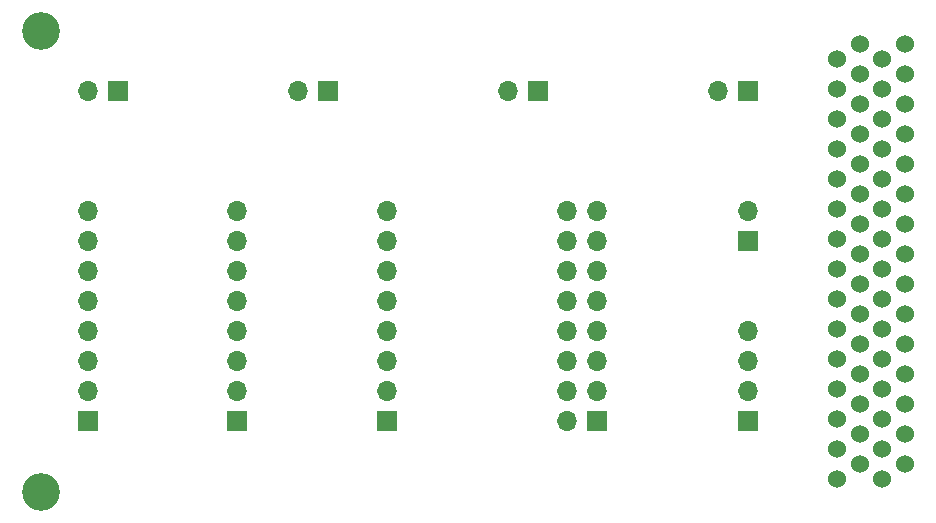
<source format=gbs>
G04 #@! TF.GenerationSoftware,KiCad,Pcbnew,5.0.0-rc2-unknown-5c65881~65~ubuntu17.10.1*
G04 #@! TF.CreationDate,2018-06-23T17:31:34+02:00*
G04 #@! TF.ProjectId,breakout-board,627265616B6F75742D626F6172642E6B,rev?*
G04 #@! TF.SameCoordinates,Original*
G04 #@! TF.FileFunction,Soldermask,Bot*
G04 #@! TF.FilePolarity,Negative*
%FSLAX46Y46*%
G04 Gerber Fmt 4.6, Leading zero omitted, Abs format (unit mm)*
G04 Created by KiCad (PCBNEW 5.0.0-rc2-unknown-5c65881~65~ubuntu17.10.1) date Sat Jun 23 17:31:34 2018*
%MOMM*%
%LPD*%
G01*
G04 APERTURE LIST*
%ADD10C,3.200000*%
%ADD11O,1.700000X1.700000*%
%ADD12R,1.700000X1.700000*%
%ADD13C,1.524000*%
G04 APERTURE END LIST*
D10*
G04 #@! TO.C,REF1*
X57000000Y-127000000D03*
G04 #@! TD*
G04 #@! TO.C,REF2*
X57000000Y-166000000D03*
G04 #@! TD*
D11*
G04 #@! TO.C,J1*
X116840000Y-152400000D03*
X116840000Y-154940000D03*
X116840000Y-157480000D03*
D12*
X116840000Y-160020000D03*
G04 #@! TD*
G04 #@! TO.C,J2*
X60960000Y-160020000D03*
D11*
X60960000Y-157480000D03*
X60960000Y-154940000D03*
X60960000Y-152400000D03*
X60960000Y-149860000D03*
X60960000Y-147320000D03*
X60960000Y-144780000D03*
X60960000Y-142240000D03*
G04 #@! TD*
G04 #@! TO.C,J3*
X73580000Y-142240000D03*
X73580000Y-144780000D03*
X73580000Y-147320000D03*
X73580000Y-149860000D03*
X73580000Y-152400000D03*
X73580000Y-154940000D03*
X73580000Y-157480000D03*
D12*
X73580000Y-160020000D03*
G04 #@! TD*
G04 #@! TO.C,J4*
X116840000Y-144780000D03*
D11*
X116840000Y-142240000D03*
G04 #@! TD*
D12*
G04 #@! TO.C,J5*
X104060000Y-160020000D03*
D11*
X101520000Y-160020000D03*
X104060000Y-157480000D03*
X101520000Y-157480000D03*
X104060000Y-154940000D03*
X101520000Y-154940000D03*
X104060000Y-152400000D03*
X101520000Y-152400000D03*
X104060000Y-149860000D03*
X101520000Y-149860000D03*
X104060000Y-147320000D03*
X101520000Y-147320000D03*
X104060000Y-144780000D03*
X101520000Y-144780000D03*
X104060000Y-142240000D03*
X101520000Y-142240000D03*
G04 #@! TD*
D12*
G04 #@! TO.C,J6*
X86280000Y-160020000D03*
D11*
X86280000Y-157480000D03*
X86280000Y-154940000D03*
X86280000Y-152400000D03*
X86280000Y-149860000D03*
X86280000Y-147320000D03*
X86280000Y-144780000D03*
X86280000Y-142240000D03*
G04 #@! TD*
D12*
G04 #@! TO.C,J7*
X116840000Y-132080000D03*
D11*
X114300000Y-132080000D03*
G04 #@! TD*
G04 #@! TO.C,J8*
X78740000Y-132080000D03*
D12*
X81280000Y-132080000D03*
G04 #@! TD*
D11*
G04 #@! TO.C,J9*
X96520000Y-132080000D03*
D12*
X99060000Y-132080000D03*
G04 #@! TD*
G04 #@! TO.C,J10*
X63500000Y-132080000D03*
D11*
X60960000Y-132080000D03*
G04 #@! TD*
D13*
G04 #@! TO.C,P1*
X124385000Y-164930000D03*
X126290000Y-163660000D03*
X124385000Y-162390000D03*
X126290000Y-161120000D03*
X124385000Y-159850000D03*
X126290000Y-158580000D03*
X124385000Y-157310000D03*
X126290000Y-156040000D03*
X124385000Y-154770000D03*
X126290000Y-153500000D03*
X124385000Y-152230000D03*
X126290000Y-150960000D03*
X124385000Y-149690000D03*
X126290000Y-148420000D03*
X124385000Y-147150000D03*
X126290000Y-145880000D03*
X124385000Y-144610000D03*
X126290000Y-143340000D03*
X124385000Y-142070000D03*
X126290000Y-140800000D03*
X124385000Y-139530000D03*
X126290000Y-138260000D03*
X124385000Y-136990000D03*
X126290000Y-135720000D03*
X124385000Y-134450000D03*
X126290000Y-133180000D03*
X124385000Y-131910000D03*
X126290000Y-130640000D03*
X124385000Y-129370000D03*
X126290000Y-128100000D03*
X128195000Y-164930000D03*
X130100000Y-163660000D03*
X128195000Y-162390000D03*
X130100000Y-161120000D03*
X128195000Y-159850000D03*
X130100000Y-158580000D03*
X128195000Y-157310000D03*
X130100000Y-156040000D03*
X128195000Y-154770000D03*
X130100000Y-153500000D03*
X128195000Y-152230000D03*
X130100000Y-150960000D03*
X128195000Y-149690000D03*
X130100000Y-148420000D03*
X128195000Y-147150000D03*
X130100000Y-145880000D03*
X128195000Y-144610000D03*
X130100000Y-143340000D03*
X128195000Y-142070000D03*
X130100000Y-140800000D03*
X128195000Y-139530000D03*
X130100000Y-138260000D03*
X128195000Y-136990000D03*
X130100000Y-135720000D03*
X128195000Y-134450000D03*
X130100000Y-133180000D03*
X128195000Y-131910000D03*
X130100000Y-130640000D03*
X128195000Y-129370000D03*
X130100000Y-128100000D03*
G04 #@! TD*
M02*

</source>
